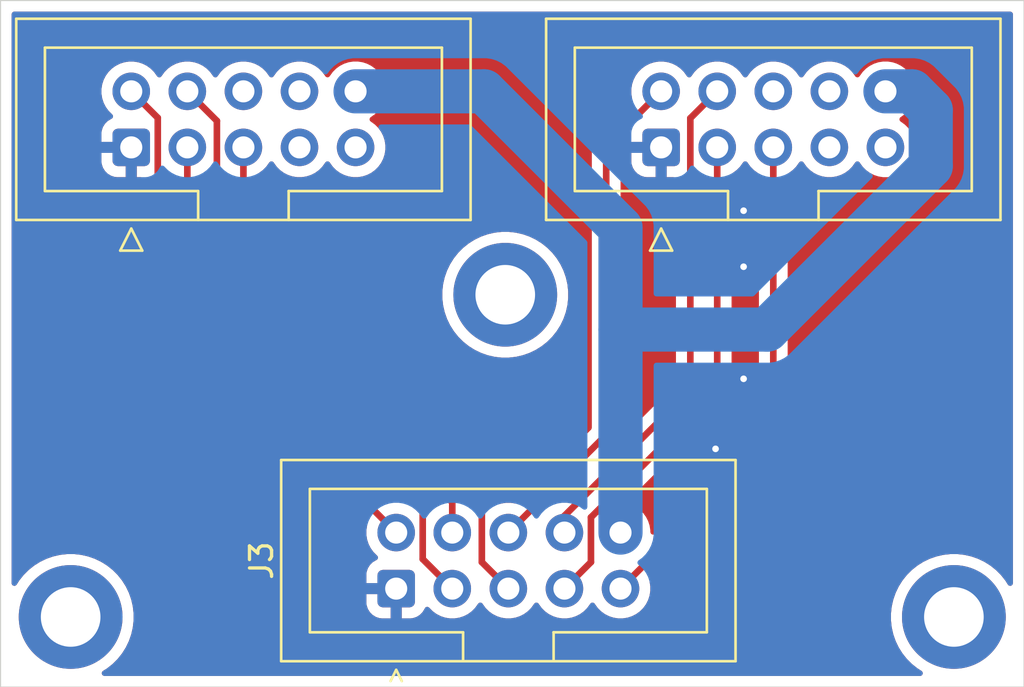
<source format=kicad_pcb>
(kicad_pcb (version 20241229) (generator "pcbnew") (generator_version "9.0")
  (layers (0 "F.Cu" signal) (2 "B.Cu" signal) (13 "F.Paste" user) (15 "B.Paste" user) (5 "F.SilkS" user "F.Silkscreen") (7 "B.SilkS" user "B.Silkscreen") (1 "F.Mask" user) (3 "B.Mask" user) (25 "Edge.Cuts" user))
  (net 0 "")
  (net 1 "/PIN_1")
  (net 2 "/PIN_2")
  (net 5 "/PIN_4")
  (net 6 "/GND")
  (net 9 "/PIN_3")
  (net 10 "/POWER")
  (net 11 "/PIN_5")
  (net 12 "/PIN_8")
  (net 15 "/PIN_7")
  (net 17 "/PIN_6")
  (footprint "Connector_IDC:IDC-Header_2x05_P2.54mm_Vertical" (layer "F.Cu") (at 150 120 90)
    (property "Reference" "J3" (at 1.27 -6.1 90) (layer "F.SilkS"))
    (property "Value" "Conn_02x05_Counter_Clockwise" (hide yes))
    (fp_line (start 5.83 -5.21) (end 5.83 15.37) (stroke (width 0.12)) (layer "F.SilkS"))
    (fp_line (start -3.29 -5.21) (end 5.83 -5.21) (stroke (width 0.12)) (layer "F.SilkS"))
    (fp_line (start 4.52 -3.91) (end 4.52 14.07) (stroke (width 0.12)) (layer "F.SilkS"))
    (fp_line (start -1.98 -3.91) (end 4.52 -3.91) (stroke (width 0.12)) (layer "F.SilkS"))
    (fp_line (start -3.68 0) (end -4.191 -0.254) (stroke (width 0.12)) (layer "F.SilkS"))
    (fp_line (start -4.191 0.254) (end -3.68 0) (stroke (width 0.12)) (layer "F.SilkS"))
    (fp_line (start -1.98 3.03) (end -1.98 -3.91) (stroke (width 0.12)) (layer "F.SilkS"))
    (fp_line (start -3.29 3.03) (end -1.98 3.03) (stroke (width 0.12)) (layer "F.SilkS"))
    (fp_line (start -1.98 7.13) (end -1.98 7.13) (stroke (width 0.12)) (layer "F.SilkS"))
    (fp_line (start -1.98 7.13) (end -3.29 7.13) (stroke (width 0.12)) (layer "F.SilkS"))
    (fp_line (start 4.52 14.07) (end -1.98 14.07) (stroke (width 0.12)) (layer "F.SilkS"))
    (fp_line (start -1.98 14.07) (end -1.98 7.13) (stroke (width 0.12)) (layer "F.SilkS"))
    (fp_line (start 5.83 15.37) (end -3.29 15.37) (stroke (width 0.12)) (layer "F.SilkS"))
    (fp_line (start -3.29 15.37) (end -3.29 -5.21) (stroke (width 0.12)) (layer "F.SilkS"))
    (pad "1" thru_hole roundrect (at 0 0 90) (size 1.7 1.7) (drill 1) (layers "*.Cu" "*.Mask") (roundrect_rratio 0.147059) (net 6 "/GND"))
    (pad "2" thru_hole circle (at 2.54 0 90) (size 1.7 1.7) (drill 1) (layers "*.Cu" "*.Mask") (net 1 "/PIN_1"))
    (pad "3" thru_hole circle (at 0 2.54 90) (size 1.7 1.7) (drill 1) (layers "*.Cu" "*.Mask") (net 2 "/PIN_2"))
    (pad "4" thru_hole circle (at 2.54 2.54 90) (size 1.7 1.7) (drill 1) (layers "*.Cu" "*.Mask") (net 9 "/PIN_3"))
    (pad "5" thru_hole circle (at 0 5.08 90) (size 1.7 1.7) (drill 1) (layers "*.Cu" "*.Mask") (net 5 "/PIN_4"))
    (pad "6" thru_hole circle (at 2.54 5.08 90) (size 1.7 1.7) (drill 1) (layers "*.Cu" "*.Mask") (net 11 "/PIN_5"))
    (pad "7" thru_hole circle (at 0 7.62 90) (size 1.7 1.7) (drill 1) (layers "*.Cu" "*.Mask") (net 17 "/PIN_6"))
    (pad "8" thru_hole circle (at 2.54 7.62 90) (size 1.7 1.7) (drill 1) (layers "*.Cu" "*.Mask") (net 15 "/PIN_7"))
    (pad "9" thru_hole circle (at 0 10.16 90) (size 1.7 1.7) (drill 1) (layers "*.Cu" "*.Mask") (net 12 "/PIN_8"))
    (pad "10" thru_hole circle (at 2.54 10.16 90) (size 1.7 1.7) (drill 1) (layers "*.Cu" "*.Mask") (net 10 "/POWER"))
  )
  (footprint "MountingHole:MountingHole_2.7mm_M2.5_DIN965_Pad" (layer "F.Cu") (at 154.94 106.68)
    (property "Reference" "H4" (hide yes))
    (property "Value" "MountingHole_Pad" (hide yes))
    (pad "1" thru_hole circle (at 0 0) (size 4.7 4.7) (drill 2.7) (layers "*.Cu" "*.Mask"))
  )
  (footprint "Connector_IDC:IDC-Header_2x05_P2.54mm_Vertical" (layer "F.Cu") (at 138 100 90)
    (property "Reference" "Jw" (hide yes))
    (property "Value" "Conn_02x05_Counter_Clockwise" (hide yes))
    (fp_line (start 5.83 -5.21) (end 5.83 15.37) (stroke (width 0.12)) (layer "F.SilkS"))
    (fp_line (start -3.29 -5.21) (end 5.83 -5.21) (stroke (width 0.12)) (layer "F.SilkS"))
    (fp_line (start 4.52 -3.91) (end 4.52 14.07) (stroke (width 0.12)) (layer "F.SilkS"))
    (fp_line (start -1.98 -3.91) (end 4.52 -3.91) (stroke (width 0.12)) (layer "F.SilkS"))
    (fp_line (start -4.68 -0.5) (end -4.68 0.5) (stroke (width 0.12)) (layer "F.SilkS"))
    (fp_line (start -3.68 0) (end -4.68 -0.5) (stroke (width 0.12)) (layer "F.SilkS"))
    (fp_line (start -4.68 0.5) (end -3.68 0) (stroke (width 0.12)) (layer "F.SilkS"))
    (fp_line (start -1.98 3.03) (end -1.98 -3.91) (stroke (width 0.12)) (layer "F.SilkS"))
    (fp_line (start -3.29 3.03) (end -1.98 3.03) (stroke (width 0.12)) (layer "F.SilkS"))
    (fp_line (start -1.98 7.13) (end -1.98 7.13) (stroke (width 0.12)) (layer "F.SilkS"))
    (fp_line (start -1.98 7.13) (end -3.29 7.13) (stroke (width 0.12)) (layer "F.SilkS"))
    (fp_line (start 4.52 14.07) (end -1.98 14.07) (stroke (width 0.12)) (layer "F.SilkS"))
    (fp_line (start -1.98 14.07) (end -1.98 7.13) (stroke (width 0.12)) (layer "F.SilkS"))
    (fp_line (start 5.83 15.37) (end -3.29 15.37) (stroke (width 0.12)) (layer "F.SilkS"))
    (fp_line (start -3.29 15.37) (end -3.29 -5.21) (stroke (width 0.12)) (layer "F.SilkS"))
    (pad "1" thru_hole roundrect (at 0 0 90) (size 1.7 1.7) (drill 1) (layers "*.Cu" "*.Mask") (roundrect_rratio 0.147059) (net 6 "/GND"))
    (pad "2" thru_hole circle (at 2.54 0 90) (size 1.7 1.7) (drill 1) (layers "*.Cu" "*.Mask") (net 1 "/PIN_1"))
    (pad "3" thru_hole circle (at 0 2.54 90) (size 1.7 1.7) (drill 1) (layers "*.Cu" "*.Mask") (net 2 "/PIN_2"))
    (pad "4" thru_hole circle (at 2.54 2.54 90) (size 1.7 1.7) (drill 1) (layers "*.Cu" "*.Mask") (net 9 "/PIN_3"))
    (pad "5" thru_hole circle (at 0 5.08 90) (size 1.7 1.7) (drill 1) (layers "*.Cu" "*.Mask") (net 5 "/PIN_4"))
    (pad "6" thru_hole circle (at 2.54 5.08 90) (size 1.7 1.7) (drill 1) (layers "*.Cu" "*.Mask"))
    (pad "7" thru_hole circle (at 0 7.62 90) (size 1.7 1.7) (drill 1) (layers "*.Cu" "*.Mask"))
    (pad "8" thru_hole circle (at 2.54 7.62 90) (size 1.7 1.7) (drill 1) (layers "*.Cu" "*.Mask"))
    (pad "9" thru_hole circle (at 0 10.16 90) (size 1.7 1.7) (drill 1) (layers "*.Cu" "*.Mask"))
    (pad "10" thru_hole circle (at 2.54 10.16 90) (size 1.7 1.7) (drill 1) (layers "*.Cu" "*.Mask") (net 10 "/POWER"))
  )
  (footprint "Connector_IDC:IDC-Header_2x05_P2.54mm_Vertical" (layer "F.Cu") (at 162 100 90)
    (property "Reference" "J2" (hide yes))
    (property "Value" "Conn_02x05_Counter_Clockwise" (hide yes))
    (fp_line (start 5.83 -5.21) (end 5.83 15.37) (stroke (width 0.12)) (layer "F.SilkS"))
    (fp_line (start -3.29 -5.21) (end 5.83 -5.21) (stroke (width 0.12)) (layer "F.SilkS"))
    (fp_line (start 4.52 -3.91) (end 4.52 14.07) (stroke (width 0.12)) (layer "F.SilkS"))
    (fp_line (start -1.98 -3.91) (end 4.52 -3.91) (stroke (width 0.12)) (layer "F.SilkS"))
    (fp_line (start -4.68 -0.5) (end -4.68 0.5) (stroke (width 0.12)) (layer "F.SilkS"))
    (fp_line (start -3.68 0) (end -4.68 -0.5) (stroke (width 0.12)) (layer "F.SilkS"))
    (fp_line (start -4.68 0.5) (end -3.68 0) (stroke (width 0.12)) (layer "F.SilkS"))
    (fp_line (start -1.98 3.03) (end -1.98 -3.91) (stroke (width 0.12)) (layer "F.SilkS"))
    (fp_line (start -3.29 3.03) (end -1.98 3.03) (stroke (width 0.12)) (layer "F.SilkS"))
    (fp_line (start -1.98 7.13) (end -1.98 7.13) (stroke (width 0.12)) (layer "F.SilkS"))
    (fp_line (start -1.98 7.13) (end -3.29 7.13) (stroke (width 0.12)) (layer "F.SilkS"))
    (fp_line (start 4.52 14.07) (end -1.98 14.07) (stroke (width 0.12)) (layer "F.SilkS"))
    (fp_line (start -1.98 14.07) (end -1.98 7.13) (stroke (width 0.12)) (layer "F.SilkS"))
    (fp_line (start 5.83 15.37) (end -3.29 15.37) (stroke (width 0.12)) (layer "F.SilkS"))
    (fp_line (start -3.29 15.37) (end -3.29 -5.21) (stroke (width 0.12)) (layer "F.SilkS"))
    (pad "1" thru_hole roundrect (at 0 0 90) (size 1.7 1.7) (drill 1) (layers "*.Cu" "*.Mask") (roundrect_rratio 0.147059) (net 6 "/GND"))
    (pad "2" thru_hole circle (at 2.54 0 90) (size 1.7 1.7) (drill 1) (layers "*.Cu" "*.Mask") (net 11 "/PIN_5"))
    (pad "3" thru_hole circle (at 0 2.54 90) (size 1.7 1.7) (drill 1) (layers "*.Cu" "*.Mask") (net 17 "/PIN_6"))
    (pad "4" thru_hole circle (at 2.54 2.54 90) (size 1.7 1.7) (drill 1) (layers "*.Cu" "*.Mask") (net 15 "/PIN_7"))
    (pad "5" thru_hole circle (at 0 5.08 90) (size 1.7 1.7) (drill 1) (layers "*.Cu" "*.Mask") (net 12 "/PIN_8"))
    (pad "6" thru_hole circle (at 2.54 5.08 90) (size 1.7 1.7) (drill 1) (layers "*.Cu" "*.Mask"))
    (pad "7" thru_hole circle (at 0 7.62 90) (size 1.7 1.7) (drill 1) (layers "*.Cu" "*.Mask"))
    (pad "8" thru_hole circle (at 2.54 7.62 90) (size 1.7 1.7) (drill 1) (layers "*.Cu" "*.Mask"))
    (pad "9" thru_hole circle (at 0 10.16 90) (size 1.7 1.7) (drill 1) (layers "*.Cu" "*.Mask"))
    (pad "10" thru_hole circle (at 2.54 10.16 90) (size 1.7 1.7) (drill 1) (layers "*.Cu" "*.Mask") (net 10 "/POWER"))
  )
  (footprint "MountingHole:MountingHole_2.7mm_M2.5_DIN965_Pad" (layer "F.Cu") (at 175.26 121.285)
    (property "Reference" "H2" (hide yes))
    (property "Value" "MountingHole_Pad" (hide yes))
    (pad "1" thru_hole circle (at 0 0) (size 4.7 4.7) (drill 2.7) (layers "*.Cu" "*.Mask"))
  )
  (footprint "MountingHole:MountingHole_2.7mm_M2.5_DIN965_Pad" (layer "F.Cu") (at 135.255 121.285)
    (property "Reference" "H3" (hide yes))
    (property "Value" "MountingHole_Pad" (hide yes))
    (pad "1" thru_hole circle (at 0 0) (size 4.7 4.7) (drill 2.7) (layers "*.Cu" "*.Mask"))
  )
  (gr_line (start 132.08 93.345) (end 132.08 124.46) (stroke (width 0.05)) (layer "Edge.Cuts"))
  (gr_line (start 178.435 124.46) (end 132.08 124.46) (stroke (width 0.05)) (layer "Edge.Cuts"))
  (gr_line (start 132.08 93.345) (end 178.435 93.345) (stroke (width 0.05)) (layer "Edge.Cuts"))
  (gr_line (start 178.435 93.345) (end 178.435 124.46) (stroke (width 0.05)) (layer "Edge.Cuts"))
  (segment (start 150 117.46) (end 139.201 106.661) (width 0.3) (layer "F.Cu") (net 1))
  (segment (start 139.201 106.661) (end 139.201 98.661) (width 0.3) (layer "F.Cu") (net 1))
  (segment (start 139.201 98.661) (end 138 97.46) (width 0.3) (layer "F.Cu") (net 1))
  (segment (start 151.201 118.661) (end 151.201 116.53) (width 0.3) (layer "F.Cu") (net 2))
  (segment (start 152.54 120) (end 151.201 118.661) (width 0.3) (layer "F.Cu") (net 2))
  (segment (start 140.54 105.869) (end 140.54 100) (width 0.3) (layer "F.Cu") (net 2))
  (segment (start 151.201 116.53) (end 140.54 105.869) (width 0.3) (layer "F.Cu") (net 2))
  (segment (start 155.08 120) (end 153.879 118.799) (width 0.3) (layer "F.Cu") (net 5))
  (segment (start 143.08 104.599) (end 143.08 100) (width 0.3) (layer "F.Cu") (net 5))
  (segment (start 153.879 115.398) (end 143.08 104.599) (width 0.3) (layer "F.Cu") (net 5))
  (segment (start 153.879 118.799) (end 153.879 115.398) (width 0.3) (layer "F.Cu") (net 5))
  (via (at 165.735 105.41) (size 0.6) (drill 0.3) (layers "F.Cu" "B.Cu") (net 6))
  (via (at 165.735 102.87) (size 0.6) (drill 0.3) (layers "F.Cu" "B.Cu") (net 6))
  (via (at 165.735 110.49) (size 0.6) (drill 0.3) (layers "F.Cu" "B.Cu") (net 6))
  (via (at 164.465 113.665) (size 0.6) (drill 0.3) (layers "F.Cu" "B.Cu") (net 6))
  (segment (start 152.54 116.091) (end 141.879 105.43) (width 0.3) (layer "F.Cu") (net 9))
  (segment (start 141.879 98.799) (end 140.54 97.46) (width 0.3) (layer "F.Cu") (net 9))
  (segment (start 152.54 117.46) (end 152.54 116.091) (width 0.3) (layer "F.Cu") (net 9))
  (segment (start 141.879 105.43) (end 141.879 98.799) (width 0.3) (layer "F.Cu") (net 9))
  (segment (start 174.211 98.308919) (end 173.362081 97.46) (width 2) (layer "B.Cu") (net 10))
  (segment (start 160.16 103.645) (end 153.975 97.46) (width 2) (layer "B.Cu") (net 10))
  (segment (start 174.211 100.849553) (end 174.211 98.308919) (width 2) (layer "B.Cu") (net 10))
  (segment (start 160.16 108.257919) (end 166.802634 108.257919) (width 2) (layer "B.Cu") (net 10))
  (segment (start 160.16 117.46) (end 160.16 108.257919) (width 2) (layer "B.Cu") (net 10))
  (segment (start 173.362081 97.46) (end 172.16 97.46) (width 2) (layer "B.Cu") (net 10))
  (segment (start 160.16 108.257919) (end 160.16 103.645) (width 2) (layer "B.Cu") (net 10))
  (segment (start 166.802634 108.257919) (end 174.211 100.849553) (width 2) (layer "B.Cu") (net 10))
  (segment (start 153.975 97.46) (end 148.16 97.46) (width 2) (layer "B.Cu") (net 10))
  (segment (start 159.512 113.028) (end 159.512 99.948) (width 0.3) (layer "F.Cu") (net 11))
  (segment (start 155.08 117.46) (end 159.512 113.028) (width 0.3) (layer "F.Cu") (net 11))
  (segment (start 159.512 99.948) (end 162 97.46) (width 0.3) (layer "F.Cu") (net 11))
  (segment (start 167.08 113.08) (end 167.08 100) (width 0.3) (layer "F.Cu") (net 12))
  (segment (start 160.16 120) (end 167.08 113.08) (width 0.3) (layer "F.Cu") (net 12))
  (segment (start 157.62 117.46) (end 157.62 116.7) (width 0.3) (layer "F.Cu") (net 15))
  (segment (start 163.322 110.998) (end 163.322 98.678) (width 0.3) (layer "F.Cu") (net 15))
  (segment (start 157.62 116.7) (end 163.322 110.998) (width 0.3) (layer "F.Cu") (net 15))
  (segment (start 163.322 98.678) (end 164.54 97.46) (width 0.3) (layer "F.Cu") (net 15))
  (segment (start 157.62 120) (end 158.821 118.799) (width 0.3) (layer "F.Cu") (net 17))
  (segment (start 158.821 116.769) (end 164.54 111.05) (width 0.3) (layer "F.Cu") (net 17))
  (segment (start 164.54 111.05) (end 164.54 100) (width 0.3) (layer "F.Cu") (net 17))
  (segment (start 158.821 118.799) (end 158.821 116.769) (width 0.3) (layer "F.Cu") (net 17))
  (zone (net 6) (net_name "/GND") (layers "F.Cu" "B.Cu") (connect_pads (clearance 0.5)) (min_thickness 0.25) (fill yes (thermal_gap 0.5) (thermal_bridge_width 0.5) (island_removal_mode 2) (island_area_min 10))
    (polygon (pts (xy 132.08 93.345) (xy 178.435 93.345) (xy 178.435 124.46) (xy 132.08 124.46)))
  )
)
</source>
